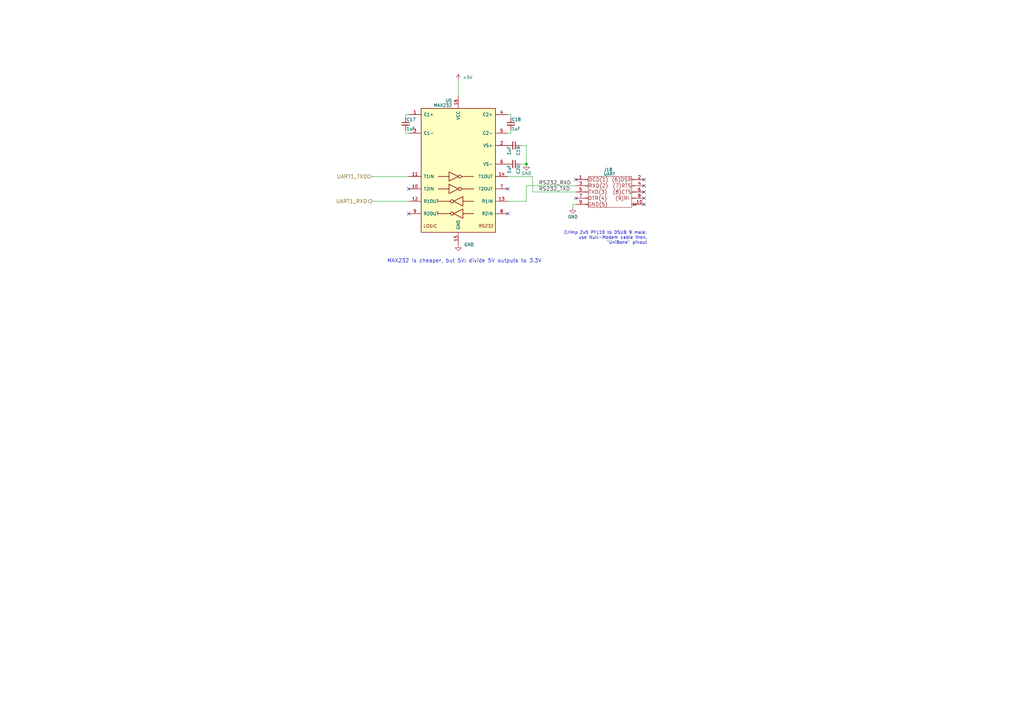
<source format=kicad_sch>
(kicad_sch
	(version 20231120)
	(generator "eeschema")
	(generator_version "8.0")
	(uuid "5cca1a63-2c71-410c-bcb1-e0fee770f766")
	(paper "A3")
	(title_block
		(date "2024-07-18")
	)
	(lib_symbols
		(symbol "Device:C_Small"
			(pin_numbers hide)
			(pin_names
				(offset 0.254) hide)
			(exclude_from_sim no)
			(in_bom yes)
			(on_board yes)
			(property "Reference" "C"
				(at 0.254 1.778 0)
				(effects
					(font
						(size 1.27 1.27)
					)
					(justify left)
				)
			)
			(property "Value" "C_Small"
				(at 0.254 -2.032 0)
				(effects
					(font
						(size 1.27 1.27)
					)
					(justify left)
				)
			)
			(property "Footprint" ""
				(at 0 0 0)
				(effects
					(font
						(size 1.27 1.27)
					)
					(hide yes)
				)
			)
			(property "Datasheet" "~"
				(at 0 0 0)
				(effects
					(font
						(size 1.27 1.27)
					)
					(hide yes)
				)
			)
			(property "Description" "Unpolarized capacitor, small symbol"
				(at 0 0 0)
				(effects
					(font
						(size 1.27 1.27)
					)
					(hide yes)
				)
			)
			(property "ki_keywords" "capacitor cap"
				(at 0 0 0)
				(effects
					(font
						(size 1.27 1.27)
					)
					(hide yes)
				)
			)
			(property "ki_fp_filters" "C_*"
				(at 0 0 0)
				(effects
					(font
						(size 1.27 1.27)
					)
					(hide yes)
				)
			)
			(symbol "C_Small_0_1"
				(polyline
					(pts
						(xy -1.524 -0.508) (xy 1.524 -0.508)
					)
					(stroke
						(width 0.3302)
						(type default)
					)
					(fill
						(type none)
					)
				)
				(polyline
					(pts
						(xy -1.524 0.508) (xy 1.524 0.508)
					)
					(stroke
						(width 0.3048)
						(type default)
					)
					(fill
						(type none)
					)
				)
			)
			(symbol "C_Small_1_1"
				(pin passive line
					(at 0 2.54 270)
					(length 2.032)
					(name "~"
						(effects
							(font
								(size 1.27 1.27)
							)
						)
					)
					(number "1"
						(effects
							(font
								(size 1.27 1.27)
							)
						)
					)
				)
				(pin passive line
					(at 0 -2.54 90)
					(length 2.032)
					(name "~"
						(effects
							(font
								(size 1.27 1.27)
							)
						)
					)
					(number "2"
						(effects
							(font
								(size 1.27 1.27)
							)
						)
					)
				)
			)
		)
		(symbol "Interface_UART:MAX232"
			(pin_names
				(offset 1.016)
			)
			(exclude_from_sim no)
			(in_bom yes)
			(on_board yes)
			(property "Reference" "U"
				(at -2.54 28.575 0)
				(effects
					(font
						(size 1.27 1.27)
					)
					(justify right)
				)
			)
			(property "Value" "MAX232"
				(at -2.54 26.67 0)
				(effects
					(font
						(size 1.27 1.27)
					)
					(justify right)
				)
			)
			(property "Footprint" ""
				(at 1.27 -26.67 0)
				(effects
					(font
						(size 1.27 1.27)
					)
					(justify left)
					(hide yes)
				)
			)
			(property "Datasheet" "http://www.ti.com/lit/ds/symlink/max232.pdf"
				(at 0 2.54 0)
				(effects
					(font
						(size 1.27 1.27)
					)
					(hide yes)
				)
			)
			(property "Description" "Dual RS232 driver/receiver, 5V supply, 120kb/s, 0C-70C"
				(at 0 0 0)
				(effects
					(font
						(size 1.27 1.27)
					)
					(hide yes)
				)
			)
			(property "ki_keywords" "rs232 uart transceiver line-driver"
				(at 0 0 0)
				(effects
					(font
						(size 1.27 1.27)
					)
					(hide yes)
				)
			)
			(property "ki_fp_filters" "SOIC*P1.27mm* DIP*W7.62mm* TSSOP*4.4x5mm*P0.65mm*"
				(at 0 0 0)
				(effects
					(font
						(size 1.27 1.27)
					)
					(hide yes)
				)
			)
			(symbol "MAX232_0_0"
				(text "LOGIC"
					(at -11.43 -22.86 0)
					(effects
						(font
							(size 1.27 1.27)
						)
					)
				)
				(text "RS232"
					(at 11.43 -22.86 0)
					(effects
						(font
							(size 1.27 1.27)
						)
					)
				)
			)
			(symbol "MAX232_0_1"
				(rectangle
					(start -15.24 -25.4)
					(end 15.24 25.4)
					(stroke
						(width 0.254)
						(type default)
					)
					(fill
						(type background)
					)
				)
				(circle
					(center -2.54 -17.78)
					(radius 0.635)
					(stroke
						(width 0.254)
						(type default)
					)
					(fill
						(type none)
					)
				)
				(circle
					(center -2.54 -12.7)
					(radius 0.635)
					(stroke
						(width 0.254)
						(type default)
					)
					(fill
						(type none)
					)
				)
				(polyline
					(pts
						(xy -3.81 -7.62) (xy -8.255 -7.62)
					)
					(stroke
						(width 0.254)
						(type default)
					)
					(fill
						(type none)
					)
				)
				(polyline
					(pts
						(xy -3.81 -2.54) (xy -8.255 -2.54)
					)
					(stroke
						(width 0.254)
						(type default)
					)
					(fill
						(type none)
					)
				)
				(polyline
					(pts
						(xy -3.175 -17.78) (xy -8.255 -17.78)
					)
					(stroke
						(width 0.254)
						(type default)
					)
					(fill
						(type none)
					)
				)
				(polyline
					(pts
						(xy -3.175 -12.7) (xy -8.255 -12.7)
					)
					(stroke
						(width 0.254)
						(type default)
					)
					(fill
						(type none)
					)
				)
				(polyline
					(pts
						(xy 1.27 -7.62) (xy 6.35 -7.62)
					)
					(stroke
						(width 0.254)
						(type default)
					)
					(fill
						(type none)
					)
				)
				(polyline
					(pts
						(xy 1.27 -2.54) (xy 6.35 -2.54)
					)
					(stroke
						(width 0.254)
						(type default)
					)
					(fill
						(type none)
					)
				)
				(polyline
					(pts
						(xy 1.905 -17.78) (xy 6.35 -17.78)
					)
					(stroke
						(width 0.254)
						(type default)
					)
					(fill
						(type none)
					)
				)
				(polyline
					(pts
						(xy 1.905 -12.7) (xy 6.35 -12.7)
					)
					(stroke
						(width 0.254)
						(type default)
					)
					(fill
						(type none)
					)
				)
				(polyline
					(pts
						(xy -3.81 -5.715) (xy -3.81 -9.525) (xy 0 -7.62) (xy -3.81 -5.715)
					)
					(stroke
						(width 0.254)
						(type default)
					)
					(fill
						(type none)
					)
				)
				(polyline
					(pts
						(xy -3.81 -0.635) (xy -3.81 -4.445) (xy 0 -2.54) (xy -3.81 -0.635)
					)
					(stroke
						(width 0.254)
						(type default)
					)
					(fill
						(type none)
					)
				)
				(polyline
					(pts
						(xy 1.905 -15.875) (xy 1.905 -19.685) (xy -1.905 -17.78) (xy 1.905 -15.875)
					)
					(stroke
						(width 0.254)
						(type default)
					)
					(fill
						(type none)
					)
				)
				(polyline
					(pts
						(xy 1.905 -10.795) (xy 1.905 -14.605) (xy -1.905 -12.7) (xy 1.905 -10.795)
					)
					(stroke
						(width 0.254)
						(type default)
					)
					(fill
						(type none)
					)
				)
				(circle
					(center 0.635 -7.62)
					(radius 0.635)
					(stroke
						(width 0.254)
						(type default)
					)
					(fill
						(type none)
					)
				)
				(circle
					(center 0.635 -2.54)
					(radius 0.635)
					(stroke
						(width 0.254)
						(type default)
					)
					(fill
						(type none)
					)
				)
			)
			(symbol "MAX232_1_1"
				(pin passive line
					(at -20.32 22.86 0)
					(length 5.08)
					(name "C1+"
						(effects
							(font
								(size 1.27 1.27)
							)
						)
					)
					(number "1"
						(effects
							(font
								(size 1.27 1.27)
							)
						)
					)
				)
				(pin input line
					(at -20.32 -7.62 0)
					(length 5.08)
					(name "T2IN"
						(effects
							(font
								(size 1.27 1.27)
							)
						)
					)
					(number "10"
						(effects
							(font
								(size 1.27 1.27)
							)
						)
					)
				)
				(pin input line
					(at -20.32 -2.54 0)
					(length 5.08)
					(name "T1IN"
						(effects
							(font
								(size 1.27 1.27)
							)
						)
					)
					(number "11"
						(effects
							(font
								(size 1.27 1.27)
							)
						)
					)
				)
				(pin output line
					(at -20.32 -12.7 0)
					(length 5.08)
					(name "R1OUT"
						(effects
							(font
								(size 1.27 1.27)
							)
						)
					)
					(number "12"
						(effects
							(font
								(size 1.27 1.27)
							)
						)
					)
				)
				(pin input line
					(at 20.32 -12.7 180)
					(length 5.08)
					(name "R1IN"
						(effects
							(font
								(size 1.27 1.27)
							)
						)
					)
					(number "13"
						(effects
							(font
								(size 1.27 1.27)
							)
						)
					)
				)
				(pin output line
					(at 20.32 -2.54 180)
					(length 5.08)
					(name "T1OUT"
						(effects
							(font
								(size 1.27 1.27)
							)
						)
					)
					(number "14"
						(effects
							(font
								(size 1.27 1.27)
							)
						)
					)
				)
				(pin power_in line
					(at 0 -30.48 90)
					(length 5.08)
					(name "GND"
						(effects
							(font
								(size 1.27 1.27)
							)
						)
					)
					(number "15"
						(effects
							(font
								(size 1.27 1.27)
							)
						)
					)
				)
				(pin power_in line
					(at 0 30.48 270)
					(length 5.08)
					(name "VCC"
						(effects
							(font
								(size 1.27 1.27)
							)
						)
					)
					(number "16"
						(effects
							(font
								(size 1.27 1.27)
							)
						)
					)
				)
				(pin power_out line
					(at 20.32 10.16 180)
					(length 5.08)
					(name "VS+"
						(effects
							(font
								(size 1.27 1.27)
							)
						)
					)
					(number "2"
						(effects
							(font
								(size 1.27 1.27)
							)
						)
					)
				)
				(pin passive line
					(at -20.32 15.24 0)
					(length 5.08)
					(name "C1-"
						(effects
							(font
								(size 1.27 1.27)
							)
						)
					)
					(number "3"
						(effects
							(font
								(size 1.27 1.27)
							)
						)
					)
				)
				(pin passive line
					(at 20.32 22.86 180)
					(length 5.08)
					(name "C2+"
						(effects
							(font
								(size 1.27 1.27)
							)
						)
					)
					(number "4"
						(effects
							(font
								(size 1.27 1.27)
							)
						)
					)
				)
				(pin passive line
					(at 20.32 15.24 180)
					(length 5.08)
					(name "C2-"
						(effects
							(font
								(size 1.27 1.27)
							)
						)
					)
					(number "5"
						(effects
							(font
								(size 1.27 1.27)
							)
						)
					)
				)
				(pin power_out line
					(at 20.32 2.54 180)
					(length 5.08)
					(name "VS-"
						(effects
							(font
								(size 1.27 1.27)
							)
						)
					)
					(number "6"
						(effects
							(font
								(size 1.27 1.27)
							)
						)
					)
				)
				(pin output line
					(at 20.32 -7.62 180)
					(length 5.08)
					(name "T2OUT"
						(effects
							(font
								(size 1.27 1.27)
							)
						)
					)
					(number "7"
						(effects
							(font
								(size 1.27 1.27)
							)
						)
					)
				)
				(pin input line
					(at 20.32 -17.78 180)
					(length 5.08)
					(name "R2IN"
						(effects
							(font
								(size 1.27 1.27)
							)
						)
					)
					(number "8"
						(effects
							(font
								(size 1.27 1.27)
							)
						)
					)
				)
				(pin output line
					(at -20.32 -17.78 0)
					(length 5.08)
					(name "R2OUT"
						(effects
							(font
								(size 1.27 1.27)
							)
						)
					)
					(number "9"
						(effects
							(font
								(size 1.27 1.27)
							)
						)
					)
				)
			)
		)
		(symbol "jh:RS232_Schneid-Klemm_2x5"
			(pin_names
				(offset 1.016) hide)
			(exclude_from_sim no)
			(in_bom yes)
			(on_board yes)
			(property "Reference" "J"
				(at -6.35 7.62 0)
				(effects
					(font
						(size 1.27 1.27)
					)
				)
			)
			(property "Value" "RS232_Schneid-Klemm_2x5"
				(at 1.27 -7.62 0)
				(effects
					(font
						(size 1.27 1.27)
					)
				)
			)
			(property "Footprint" ""
				(at -7.62 0 0)
				(effects
					(font
						(size 1.27 1.27)
					)
					(hide yes)
				)
			)
			(property "Datasheet" "~"
				(at -7.62 0 0)
				(effects
					(font
						(size 1.27 1.27)
					)
					(hide yes)
				)
			)
			(property "Description" "Generic connector, double row, 02x05, odd/even pin numbering scheme (row 1 odd numbers, row 2 even numbers)"
				(at 0 0 0)
				(effects
					(font
						(size 1.27 1.27)
					)
					(hide yes)
				)
			)
			(property "ki_keywords" "connector"
				(at 0 0 0)
				(effects
					(font
						(size 1.27 1.27)
					)
					(hide yes)
				)
			)
			(property "ki_fp_filters" "Connector*:*2x??x*mm* Connector*:*2x???Pitch* Pin_Header_Straight_2X* Pin_Header_Angled_2X* Socket_Strip_Straight_2X* Socket_Strip_Angled_2X*"
				(at 0 0 0)
				(effects
					(font
						(size 1.27 1.27)
					)
					(hide yes)
				)
			)
			(symbol "RS232_Schneid-Klemm_2x5_0_0"
				(rectangle
					(start -7.62 6.35)
					(end 10.16 -6.35)
					(stroke
						(width 0)
						(type solid)
					)
					(fill
						(type none)
					)
				)
				(rectangle
					(start 17.78 -6.35)
					(end 17.78 -6.35)
					(stroke
						(width 0)
						(type solid)
					)
					(fill
						(type none)
					)
				)
				(text "(6)DSR"
					(at 10.16 5.08 0)
					(effects
						(font
							(size 1.524 1.524)
						)
						(justify right)
					)
				)
				(text "(7)RTS"
					(at 10.16 2.54 0)
					(effects
						(font
							(size 1.524 1.524)
						)
						(justify right)
					)
				)
				(text "(8)CTS"
					(at 10.16 0 0)
					(effects
						(font
							(size 1.524 1.524)
						)
						(justify right)
					)
				)
				(text "(9)RI"
					(at 6.35 -2.54 0)
					(effects
						(font
							(size 1.524 1.524)
						)
					)
				)
				(text "DCD(1)"
					(at -7.62 5.08 0)
					(effects
						(font
							(size 1.524 1.524)
						)
						(justify left)
					)
				)
				(text "DTR(4)"
					(at -3.81 -2.54 0)
					(effects
						(font
							(size 1.524 1.524)
						)
					)
				)
				(text "GND(5)"
					(at -3.81 -5.08 0)
					(effects
						(font
							(size 1.524 1.524)
						)
					)
				)
				(text "RXD(2)"
					(at -7.62 2.54 0)
					(effects
						(font
							(size 1.524 1.524)
						)
						(justify left)
					)
				)
				(text "TXD(3)"
					(at -7.62 0 0)
					(effects
						(font
							(size 1.524 1.524)
						)
						(justify left)
					)
				)
			)
			(symbol "RS232_Schneid-Klemm_2x5_1_1"
				(rectangle
					(start -8.89 -4.953)
					(end -7.62 -5.207)
					(stroke
						(width 0.1524)
						(type solid)
					)
					(fill
						(type none)
					)
				)
				(rectangle
					(start -8.89 -2.413)
					(end -7.62 -2.667)
					(stroke
						(width 0.1524)
						(type solid)
					)
					(fill
						(type none)
					)
				)
				(rectangle
					(start -8.89 0.127)
					(end -7.62 -0.127)
					(stroke
						(width 0.1524)
						(type solid)
					)
					(fill
						(type none)
					)
				)
				(rectangle
					(start -8.89 2.667)
					(end -7.62 2.413)
					(stroke
						(width 0.1524)
						(type solid)
					)
					(fill
						(type none)
					)
				)
				(rectangle
					(start -8.89 5.207)
					(end -7.62 4.953)
					(stroke
						(width 0.1524)
						(type solid)
					)
					(fill
						(type none)
					)
				)
				(rectangle
					(start 11.43 -4.953)
					(end 10.16 -5.207)
					(stroke
						(width 0.1524)
						(type solid)
					)
					(fill
						(type none)
					)
				)
				(rectangle
					(start 11.43 -2.413)
					(end 10.16 -2.667)
					(stroke
						(width 0.1524)
						(type solid)
					)
					(fill
						(type none)
					)
				)
				(rectangle
					(start 11.43 0.127)
					(end 10.16 -0.127)
					(stroke
						(width 0.1524)
						(type solid)
					)
					(fill
						(type none)
					)
				)
				(rectangle
					(start 11.43 2.667)
					(end 10.16 2.413)
					(stroke
						(width 0.1524)
						(type solid)
					)
					(fill
						(type none)
					)
				)
				(rectangle
					(start 11.43 5.207)
					(end 10.16 4.953)
					(stroke
						(width 0.1524)
						(type solid)
					)
					(fill
						(type none)
					)
				)
				(pin passive line
					(at -12.7 5.08 0)
					(length 3.81)
					(name "DCD"
						(effects
							(font
								(size 1.27 1.27)
							)
						)
					)
					(number "1"
						(effects
							(font
								(size 1.27 1.27)
							)
						)
					)
				)
				(pin passive non_logic
					(at 15.24 -5.08 180)
					(length 3.81)
					(name "Pin_10"
						(effects
							(font
								(size 1.27 1.27)
							)
						)
					)
					(number "10"
						(effects
							(font
								(size 1.27 1.27)
							)
						)
					)
				)
				(pin passive line
					(at 15.24 5.08 180)
					(length 3.81)
					(name "DSR"
						(effects
							(font
								(size 1.27 1.27)
							)
						)
					)
					(number "2"
						(effects
							(font
								(size 1.27 1.27)
							)
						)
					)
				)
				(pin output line
					(at -12.7 2.54 0)
					(length 3.81)
					(name "RXD"
						(effects
							(font
								(size 1.27 1.27)
							)
						)
					)
					(number "3"
						(effects
							(font
								(size 1.27 1.27)
							)
						)
					)
				)
				(pin passive line
					(at 15.24 2.54 180)
					(length 3.81)
					(name "RTS"
						(effects
							(font
								(size 1.27 1.27)
							)
						)
					)
					(number "4"
						(effects
							(font
								(size 1.27 1.27)
							)
						)
					)
				)
				(pin input line
					(at -12.7 0 0)
					(length 3.81)
					(name "TXD"
						(effects
							(font
								(size 1.27 1.27)
							)
						)
					)
					(number "5"
						(effects
							(font
								(size 1.27 1.27)
							)
						)
					)
				)
				(pin passive line
					(at 15.24 0 180)
					(length 3.81)
					(name "CTS"
						(effects
							(font
								(size 1.27 1.27)
							)
						)
					)
					(number "6"
						(effects
							(font
								(size 1.27 1.27)
							)
						)
					)
				)
				(pin passive line
					(at -12.7 -2.54 0)
					(length 3.81)
					(name "DTR"
						(effects
							(font
								(size 1.27 1.27)
							)
						)
					)
					(number "7"
						(effects
							(font
								(size 1.27 1.27)
							)
						)
					)
				)
				(pin passive line
					(at 15.24 -2.54 180)
					(length 3.81)
					(name "RI"
						(effects
							(font
								(size 1.27 1.27)
							)
						)
					)
					(number "8"
						(effects
							(font
								(size 1.27 1.27)
							)
						)
					)
				)
				(pin power_in line
					(at -12.7 -5.08 0)
					(length 3.81)
					(name "GND"
						(effects
							(font
								(size 1.27 1.27)
							)
						)
					)
					(number "9"
						(effects
							(font
								(size 1.27 1.27)
							)
						)
					)
				)
			)
		)
		(symbol "power:+5V"
			(power)
			(pin_numbers hide)
			(pin_names
				(offset 0) hide)
			(exclude_from_sim no)
			(in_bom yes)
			(on_board yes)
			(property "Reference" "#PWR"
				(at 0 -3.81 0)
				(effects
					(font
						(size 1.27 1.27)
					)
					(hide yes)
				)
			)
			(property "Value" "+5V"
				(at 0 3.556 0)
				(effects
					(font
						(size 1.27 1.27)
					)
				)
			)
			(property "Footprint" ""
				(at 0 0 0)
				(effects
					(font
						(size 1.27 1.27)
					)
					(hide yes)
				)
			)
			(property "Datasheet" ""
				(at 0 0 0)
				(effects
					(font
						(size 1.27 1.27)
					)
					(hide yes)
				)
			)
			(property "Description" "Power symbol creates a global label with name \"+5V\""
				(at 0 0 0)
				(effects
					(font
						(size 1.27 1.27)
					)
					(hide yes)
				)
			)
			(property "ki_keywords" "global power"
				(at 0 0 0)
				(effects
					(font
						(size 1.27 1.27)
					)
					(hide yes)
				)
			)
			(symbol "+5V_0_1"
				(polyline
					(pts
						(xy -0.762 1.27) (xy 0 2.54)
					)
					(stroke
						(width 0)
						(type default)
					)
					(fill
						(type none)
					)
				)
				(polyline
					(pts
						(xy 0 0) (xy 0 2.54)
					)
					(stroke
						(width 0)
						(type default)
					)
					(fill
						(type none)
					)
				)
				(polyline
					(pts
						(xy 0 2.54) (xy 0.762 1.27)
					)
					(stroke
						(width 0)
						(type default)
					)
					(fill
						(type none)
					)
				)
			)
			(symbol "+5V_1_1"
				(pin power_in line
					(at 0 0 90)
					(length 0)
					(name "~"
						(effects
							(font
								(size 1.27 1.27)
							)
						)
					)
					(number "1"
						(effects
							(font
								(size 1.27 1.27)
							)
						)
					)
				)
			)
		)
		(symbol "power:GND"
			(power)
			(pin_numbers hide)
			(pin_names
				(offset 0) hide)
			(exclude_from_sim no)
			(in_bom yes)
			(on_board yes)
			(property "Reference" "#PWR"
				(at 0 -6.35 0)
				(effects
					(font
						(size 1.27 1.27)
					)
					(hide yes)
				)
			)
			(property "Value" "GND"
				(at 0 -3.81 0)
				(effects
					(font
						(size 1.27 1.27)
					)
				)
			)
			(property "Footprint" ""
				(at 0 0 0)
				(effects
					(font
						(size 1.27 1.27)
					)
					(hide yes)
				)
			)
			(property "Datasheet" ""
				(at 0 0 0)
				(effects
					(font
						(size 1.27 1.27)
					)
					(hide yes)
				)
			)
			(property "Description" "Power symbol creates a global label with name \"GND\" , ground"
				(at 0 0 0)
				(effects
					(font
						(size 1.27 1.27)
					)
					(hide yes)
				)
			)
			(property "ki_keywords" "global power"
				(at 0 0 0)
				(effects
					(font
						(size 1.27 1.27)
					)
					(hide yes)
				)
			)
			(symbol "GND_0_1"
				(polyline
					(pts
						(xy 0 0) (xy 0 -1.27) (xy 1.27 -1.27) (xy 0 -2.54) (xy -1.27 -1.27) (xy 0 -1.27)
					)
					(stroke
						(width 0)
						(type default)
					)
					(fill
						(type none)
					)
				)
			)
			(symbol "GND_1_1"
				(pin power_in line
					(at 0 0 270)
					(length 0)
					(name "~"
						(effects
							(font
								(size 1.27 1.27)
							)
						)
					)
					(number "1"
						(effects
							(font
								(size 1.27 1.27)
							)
						)
					)
				)
			)
		)
	)
	(junction
		(at 215.9 67.31)
		(diameter 0)
		(color 0 0 0 0)
		(uuid "a80e2c00-97bc-4a7c-8f8c-3d58d71222eb")
	)
	(no_connect
		(at 167.64 87.63)
		(uuid "36d65ad7-63b2-4df3-846a-efef552fb06f")
	)
	(no_connect
		(at 264.16 83.82)
		(uuid "484371c4-793b-4b27-b7f0-ab7b0b62a41c")
	)
	(no_connect
		(at 236.22 81.28)
		(uuid "560f1e62-7274-4f3a-8089-17dee97096d2")
	)
	(no_connect
		(at 236.22 73.66)
		(uuid "7c10548b-0b0e-45f3-9240-083a837d5d84")
	)
	(no_connect
		(at 208.28 87.63)
		(uuid "852f2b8b-6666-4019-b466-5960c65e1567")
	)
	(no_connect
		(at 167.64 77.47)
		(uuid "8cac7d5b-2bef-465f-be5a-2f602dbd769e")
	)
	(no_connect
		(at 264.16 81.28)
		(uuid "9e7971e4-e2fd-471f-88da-d6b5fc34a0ea")
	)
	(no_connect
		(at 264.16 78.74)
		(uuid "a6e4a794-21b4-4e9f-bd2f-05c5ed1e52aa")
	)
	(no_connect
		(at 208.28 77.47)
		(uuid "afb03842-0709-46b5-ba7e-929c5e13dfda")
	)
	(no_connect
		(at 264.16 76.2)
		(uuid "b0ecdd08-bcf3-4d86-a9a0-8068c9aeb161")
	)
	(no_connect
		(at 264.16 73.66)
		(uuid "e969f37f-dd4d-493b-aa72-cadc914c9b50")
	)
	(wire
		(pts
			(xy 187.96 39.37) (xy 187.96 33.02)
		)
		(stroke
			(width 0)
			(type default)
		)
		(uuid "00965e9b-40e1-4d7f-a286-0900dea5913b")
	)
	(wire
		(pts
			(xy 167.64 54.61) (xy 166.37 54.61)
		)
		(stroke
			(width 0)
			(type default)
		)
		(uuid "0baf6026-52bc-40fb-a3c9-f51ba314fa89")
	)
	(wire
		(pts
			(xy 152.4 82.55) (xy 167.64 82.55)
		)
		(stroke
			(width 0)
			(type default)
		)
		(uuid "21c754a3-2188-4f61-b29e-c43bcd89e64f")
	)
	(wire
		(pts
			(xy 208.28 54.61) (xy 209.55 54.61)
		)
		(stroke
			(width 0)
			(type default)
		)
		(uuid "41ba968a-2387-458a-964e-adbf103704c0")
	)
	(wire
		(pts
			(xy 234.95 85.09) (xy 234.95 83.82)
		)
		(stroke
			(width 0)
			(type default)
		)
		(uuid "51296f54-5a4d-4d67-8db4-85df9041673d")
	)
	(wire
		(pts
			(xy 209.55 54.61) (xy 209.55 53.34)
		)
		(stroke
			(width 0)
			(type default)
		)
		(uuid "6085e571-60dc-4c84-8dfa-5f43bc9df0d5")
	)
	(wire
		(pts
			(xy 234.95 83.82) (xy 236.22 83.82)
		)
		(stroke
			(width 0)
			(type default)
		)
		(uuid "6ff68a0e-6172-47dc-af4e-93eb019d351b")
	)
	(wire
		(pts
			(xy 218.44 78.74) (xy 218.44 72.39)
		)
		(stroke
			(width 0)
			(type default)
		)
		(uuid "760449db-6c92-4638-98a5-bbce8dcfc52e")
	)
	(wire
		(pts
			(xy 166.37 48.26) (xy 166.37 46.99)
		)
		(stroke
			(width 0)
			(type default)
		)
		(uuid "7653d185-4d5d-4f2c-81ee-2811de507de2")
	)
	(wire
		(pts
			(xy 166.37 46.99) (xy 167.64 46.99)
		)
		(stroke
			(width 0)
			(type default)
		)
		(uuid "7f6b6667-06ef-4e5b-9ee0-61094597cca1")
	)
	(wire
		(pts
			(xy 152.4 72.39) (xy 167.64 72.39)
		)
		(stroke
			(width 0)
			(type default)
		)
		(uuid "8336a37b-dd37-4bc2-b516-4fca5007872e")
	)
	(wire
		(pts
			(xy 208.28 82.55) (xy 215.9 82.55)
		)
		(stroke
			(width 0)
			(type default)
		)
		(uuid "958ace2f-ddef-4487-88ed-97c07b4a56e8")
	)
	(wire
		(pts
			(xy 218.44 78.74) (xy 236.22 78.74)
		)
		(stroke
			(width 0)
			(type default)
		)
		(uuid "96d2c258-6622-4c1b-b236-4a77038fe9c8")
	)
	(wire
		(pts
			(xy 215.9 59.69) (xy 215.9 67.31)
		)
		(stroke
			(width 0)
			(type default)
		)
		(uuid "9f904d1a-e33c-4d93-820f-b906147f0718")
	)
	(wire
		(pts
			(xy 208.28 46.99) (xy 209.55 46.99)
		)
		(stroke
			(width 0)
			(type default)
		)
		(uuid "a3f36074-0a14-4975-88f0-eca8e971cb2e")
	)
	(wire
		(pts
			(xy 213.36 59.69) (xy 215.9 59.69)
		)
		(stroke
			(width 0)
			(type default)
		)
		(uuid "b0312182-eb71-40e3-a492-a9cbf28d9198")
	)
	(wire
		(pts
			(xy 166.37 54.61) (xy 166.37 53.34)
		)
		(stroke
			(width 0)
			(type default)
		)
		(uuid "be51d8d5-9392-48df-849d-c022b6e8070d")
	)
	(wire
		(pts
			(xy 208.28 72.39) (xy 218.44 72.39)
		)
		(stroke
			(width 0)
			(type default)
		)
		(uuid "cb5fcc92-b39a-4770-9000-221e02849838")
	)
	(wire
		(pts
			(xy 209.55 46.99) (xy 209.55 48.26)
		)
		(stroke
			(width 0)
			(type default)
		)
		(uuid "d052f1fa-3bd1-4011-84de-ae658e10e28c")
	)
	(wire
		(pts
			(xy 215.9 76.2) (xy 236.22 76.2)
		)
		(stroke
			(width 0)
			(type default)
		)
		(uuid "d5fef72d-f28a-436a-bea0-f14d95669d44")
	)
	(wire
		(pts
			(xy 215.9 76.2) (xy 215.9 82.55)
		)
		(stroke
			(width 0)
			(type default)
		)
		(uuid "e2325f6b-b749-4df4-b956-29b34f66e850")
	)
	(wire
		(pts
			(xy 213.36 67.31) (xy 215.9 67.31)
		)
		(stroke
			(width 0)
			(type default)
		)
		(uuid "f542f320-2bdb-43bf-89fd-a068d302205b")
	)
	(text "MAX232 is cheaper, but 5V: divide 5V outputs to 3.3V"
		(exclude_from_sim no)
		(at 158.75 107.95 0)
		(effects
			(font
				(size 1.524 1.524)
			)
			(justify left bottom)
		)
		(uuid "5c792ea0-b1bb-4ba9-ba13-6c7f64a0453c")
	)
	(text "Crimp 2x5 PFL10 to DSUB 9 male,\nuse Null-Modem cable then.\n\"UniBone\" pinout"
		(exclude_from_sim no)
		(at 265.43 100.33 0)
		(effects
			(font
				(size 1.27 1.27)
			)
			(justify right bottom)
		)
		(uuid "e3825971-9d25-4bed-af45-2887173e141c")
	)
	(label "RS232_TXD"
		(at 220.98 78.74 0)
		(fields_autoplaced yes)
		(effects
			(font
				(size 1.524 1.524)
			)
			(justify left bottom)
		)
		(uuid "24073897-ce93-42da-b50d-651538e4d96f")
	)
	(label "RS232_RXD"
		(at 220.98 76.2 0)
		(fields_autoplaced yes)
		(effects
			(font
				(size 1.524 1.524)
			)
			(justify left bottom)
		)
		(uuid "4cd90da2-ab7a-421f-8609-6d69cf961c43")
	)
	(hierarchical_label "UART1_TXD"
		(shape input)
		(at 152.4 72.39 180)
		(fields_autoplaced yes)
		(effects
			(font
				(size 1.524 1.524)
			)
			(justify right)
		)
		(uuid "0fd50086-f6e3-4f3d-98df-3a872dd013f3")
	)
	(hierarchical_label "UART1_RXD"
		(shape output)
		(at 152.4 82.55 180)
		(fields_autoplaced yes)
		(effects
			(font
				(size 1.524 1.524)
			)
			(justify right)
		)
		(uuid "a5140715-9f82-4beb-baf3-286234047d5b")
	)
	(symbol
		(lib_id "Interface_UART:MAX232")
		(at 187.96 69.85 0)
		(unit 1)
		(exclude_from_sim no)
		(in_bom yes)
		(on_board yes)
		(dnp no)
		(uuid "2004f42e-9da6-494b-a1e5-be2c7106c2fb")
		(property "Reference" "U5"
			(at 185.42 41.275 0)
			(effects
				(font
					(size 1.27 1.27)
				)
				(justify right)
			)
		)
		(property "Value" "MAX232"
			(at 185.42 43.18 0)
			(effects
				(font
					(size 1.27 1.27)
				)
				(justify right)
			)
		)
		(property "Footprint" "Package_DIP:DIP-16_W7.62mm"
			(at 189.23 96.52 0)
			(effects
				(font
					(size 1.27 1.27)
				)
				(justify left)
				(hide yes)
			)
		)
		(property "Datasheet" ""
			(at 187.96 67.31 0)
			(effects
				(font
					(size 1.27 1.27)
				)
				(hide yes)
			)
		)
		(property "Description" ""
			(at 187.96 69.85 0)
			(effects
				(font
					(size 1.27 1.27)
				)
				(hide yes)
			)
		)
		(pin "1"
			(uuid "f633e3de-e92d-40dc-b3ce-b49b6d36749c")
		)
		(pin "10"
			(uuid "91f99031-d307-4fe1-aa41-ce9e59a18699")
		)
		(pin "11"
			(uuid "6198a4e9-2c11-4119-b15c-debd78f56877")
		)
		(pin "12"
			(uuid "83cc699c-575d-47a0-a5f1-64b872219a32")
		)
		(pin "13"
			(uuid "583e5062-19f6-47ea-9a6a-ff3e30730a5f")
		)
		(pin "14"
			(uuid "2c2cb5ad-f4ca-42f3-a43a-1cac3c44b59a")
		)
		(pin "15"
			(uuid "250afcf0-2b8d-49e0-a0bb-bc64385cb955")
		)
		(pin "16"
			(uuid "b36f703d-2aa6-4835-b9d1-c338b39a025c")
		)
		(pin "2"
			(uuid "e592b329-2b66-4310-90eb-259e6b452f2e")
		)
		(pin "3"
			(uuid "6b4e4e90-5bc0-4529-bbc5-6251099d5448")
		)
		(pin "4"
			(uuid "0d669d7d-9cd4-43a0-ad87-526635dc5e15")
		)
		(pin "5"
			(uuid "feb10a69-03db-4123-bd6a-ccb81540f7a3")
		)
		(pin "6"
			(uuid "8f6cd2cc-be09-4990-8ffc-d567ceb0ed35")
		)
		(pin "7"
			(uuid "9c562059-b770-4006-96a2-39eb7eacdd5a")
		)
		(pin "8"
			(uuid "92804919-eb13-488b-b1ce-f4633426db1d")
		)
		(pin "9"
			(uuid "47c2378f-e297-423f-a547-3200a4277258")
		)
		(instances
			(project "utracer11"
				(path "/ea24a1ca-353c-451a-a380-5c1ad01a551c/a8e57d2f-fef2-4b7c-b2f7-ecdce97053d1"
					(reference "U5")
					(unit 1)
				)
			)
		)
	)
	(symbol
		(lib_id "Device:C_Small")
		(at 210.82 67.31 270)
		(unit 1)
		(exclude_from_sim no)
		(in_bom yes)
		(on_board yes)
		(dnp no)
		(uuid "364a7a82-1c2a-4c8b-8591-0adb4b429b56")
		(property "Reference" "C20"
			(at 212.598 67.564 0)
			(effects
				(font
					(size 1.27 1.27)
				)
				(justify left)
			)
		)
		(property "Value" "1uF"
			(at 208.788 67.564 0)
			(effects
				(font
					(size 1.27 1.27)
				)
				(justify left)
			)
		)
		(property "Footprint" "Capacitor_THT:C_Disc_D4.3mm_W1.9mm_P5.00mm"
			(at 210.82 67.31 0)
			(effects
				(font
					(size 1.27 1.27)
				)
				(hide yes)
			)
		)
		(property "Datasheet" ""
			(at 210.82 67.31 0)
			(effects
				(font
					(size 1.27 1.27)
				)
				(hide yes)
			)
		)
		(property "Description" ""
			(at 210.82 67.31 0)
			(effects
				(font
					(size 1.27 1.27)
				)
				(hide yes)
			)
		)
		(property "LCSC" "C28323"
			(at 210.82 67.31 0)
			(effects
				(font
					(size 1.27 1.27)
				)
				(hide yes)
			)
		)
		(pin "1"
			(uuid "a08fd277-07db-46d6-b9e7-23a2d05adbcd")
		)
		(pin "2"
			(uuid "9ebcad17-9910-4895-8f7f-aef7284ba6ae")
		)
		(instances
			(project "utracer11"
				(path "/ea24a1ca-353c-451a-a380-5c1ad01a551c/a8e57d2f-fef2-4b7c-b2f7-ecdce97053d1"
					(reference "C20")
					(unit 1)
				)
			)
		)
	)
	(symbol
		(lib_id "jh:RS232_Schneid-Klemm_2x5")
		(at 248.92 78.74 0)
		(unit 1)
		(exclude_from_sim no)
		(in_bom yes)
		(on_board yes)
		(dnp no)
		(uuid "3940724b-ae95-4e6f-ac8c-53fb44a8047f")
		(property "Reference" "J18"
			(at 249.428 69.596 0)
			(effects
				(font
					(size 1.27 1.27)
				)
			)
		)
		(property "Value" "UART"
			(at 249.936 71.374 0)
			(effects
				(font
					(size 1.27 1.27)
				)
			)
		)
		(property "Footprint" "Connector_IDC:IDC-Header_2x05_P2.54mm_Horizontal"
			(at 248.92 78.74 0)
			(effects
				(font
					(size 1.27 1.27)
				)
				(hide yes)
			)
		)
		(property "Datasheet" ""
			(at 248.92 78.74 0)
			(effects
				(font
					(size 1.27 1.27)
				)
				(hide yes)
			)
		)
		(property "Description" ""
			(at 248.92 78.74 0)
			(effects
				(font
					(size 1.27 1.27)
				)
				(hide yes)
			)
		)
		(pin "1"
			(uuid "6466c946-cee7-445f-bcbe-a20c5798a935")
		)
		(pin "10"
			(uuid "cbc63a81-e080-451b-965a-1b10f26d2303")
		)
		(pin "2"
			(uuid "3fd07ce1-8365-4099-86cc-c6d5b32e58a9")
		)
		(pin "3"
			(uuid "d8595f24-c31a-4068-818e-aeed04f8196f")
		)
		(pin "4"
			(uuid "42dc4241-ce8b-4553-b1aa-0fe308aa7ddb")
		)
		(pin "5"
			(uuid "11479d9d-b8c9-401a-8b5c-5184b40dc0b4")
		)
		(pin "6"
			(uuid "48e6edc5-f1be-4840-8c29-0556766d24ce")
		)
		(pin "7"
			(uuid "a36ff401-2782-4212-ba5f-ef37be6b802a")
		)
		(pin "8"
			(uuid "aa7bfc3c-aa7f-4918-956f-bb5b7caf1be2")
		)
		(pin "9"
			(uuid "b52f9b05-d9b1-4e59-b833-f493a202b826")
		)
		(instances
			(project "utracer11"
				(path "/ea24a1ca-353c-451a-a380-5c1ad01a551c/a8e57d2f-fef2-4b7c-b2f7-ecdce97053d1"
					(reference "J18")
					(unit 1)
				)
			)
		)
	)
	(symbol
		(lib_id "Device:C_Small")
		(at 166.37 50.8 0)
		(unit 1)
		(exclude_from_sim no)
		(in_bom yes)
		(on_board yes)
		(dnp no)
		(uuid "49264cc5-2dd0-4799-8294-fef93796ab47")
		(property "Reference" "C17"
			(at 166.624 49.022 0)
			(effects
				(font
					(size 1.27 1.27)
				)
				(justify left)
			)
		)
		(property "Value" "1uF"
			(at 166.624 52.832 0)
			(effects
				(font
					(size 1.27 1.27)
				)
				(justify left)
			)
		)
		(property "Footprint" "Capacitor_THT:C_Disc_D4.3mm_W1.9mm_P5.00mm"
			(at 166.37 50.8 0)
			(effects
				(font
					(size 1.27 1.27)
				)
				(hide yes)
			)
		)
		(property "Datasheet" ""
			(at 166.37 50.8 0)
			(effects
				(font
					(size 1.27 1.27)
				)
				(hide yes)
			)
		)
		(property "Description" ""
			(at 166.37 50.8 0)
			(effects
				(font
					(size 1.27 1.27)
				)
				(hide yes)
			)
		)
		(property "LCSC" "C28323"
			(at 166.37 50.8 0)
			(effects
				(font
					(size 1.27 1.27)
				)
				(hide yes)
			)
		)
		(pin "1"
			(uuid "0ebb16cf-77bf-43d1-b915-9917f5a3973e")
		)
		(pin "2"
			(uuid "fa86db24-5d43-49b2-ad1f-bd7e638d019e")
		)
		(instances
			(project "utracer11"
				(path "/ea24a1ca-353c-451a-a380-5c1ad01a551c/a8e57d2f-fef2-4b7c-b2f7-ecdce97053d1"
					(reference "C17")
					(unit 1)
				)
			)
		)
	)
	(symbol
		(lib_id "Device:C_Small")
		(at 209.55 50.8 0)
		(unit 1)
		(exclude_from_sim no)
		(in_bom yes)
		(on_board yes)
		(dnp no)
		(uuid "9337523d-ee10-48e8-9386-e16f15d115a9")
		(property "Reference" "C18"
			(at 209.804 49.022 0)
			(effects
				(font
					(size 1.27 1.27)
				)
				(justify left)
			)
		)
		(property "Value" "1uF"
			(at 209.804 52.832 0)
			(effects
				(font
					(size 1.27 1.27)
				)
				(justify left)
			)
		)
		(property "Footprint" "Capacitor_THT:C_Disc_D4.3mm_W1.9mm_P5.00mm"
			(at 209.55 50.8 0)
			(effects
				(font
					(size 1.27 1.27)
				)
				(hide yes)
			)
		)
		(property "Datasheet" ""
			(at 209.55 50.8 0)
			(effects
				(font
					(size 1.27 1.27)
				)
				(hide yes)
			)
		)
		(property "Description" ""
			(at 209.55 50.8 0)
			(effects
				(font
					(size 1.27 1.27)
				)
				(hide yes)
			)
		)
		(property "C28323" "C28323"
			(at 209.55 50.8 0)
			(effects
				(font
					(size 1.27 1.27)
				)
				(hide yes)
			)
		)
		(pin "1"
			(uuid "eda2c66c-7c06-4869-b860-4c0c44c6e876")
		)
		(pin "2"
			(uuid "42f455f6-df13-4e7d-b36f-9c690391378b")
		)
		(instances
			(project "utracer11"
				(path "/ea24a1ca-353c-451a-a380-5c1ad01a551c/a8e57d2f-fef2-4b7c-b2f7-ecdce97053d1"
					(reference "C18")
					(unit 1)
				)
			)
		)
	)
	(symbol
		(lib_id "power:GND")
		(at 215.9 67.31 0)
		(unit 1)
		(exclude_from_sim no)
		(in_bom yes)
		(on_board yes)
		(dnp no)
		(uuid "ad45ceaf-e06e-4c7a-850c-6516edb4c3e0")
		(property "Reference" "#PWR026"
			(at 215.9 73.66 0)
			(effects
				(font
					(size 1.27 1.27)
				)
				(hide yes)
			)
		)
		(property "Value" "GND"
			(at 215.9 71.12 0)
			(effects
				(font
					(size 1.27 1.27)
				)
			)
		)
		(property "Footprint" ""
			(at 215.9 67.31 0)
			(effects
				(font
					(size 1.27 1.27)
				)
				(hide yes)
			)
		)
		(property "Datasheet" ""
			(at 215.9 67.31 0)
			(effects
				(font
					(size 1.27 1.27)
				)
				(hide yes)
			)
		)
		(property "Description" "Power symbol creates a global label with name \"GND\" , ground"
			(at 215.9 67.31 0)
			(effects
				(font
					(size 1.27 1.27)
				)
				(hide yes)
			)
		)
		(pin "1"
			(uuid "ed5e26a6-255d-411e-a8c0-18124fd78604")
		)
		(instances
			(project "utracer11"
				(path "/ea24a1ca-353c-451a-a380-5c1ad01a551c/a8e57d2f-fef2-4b7c-b2f7-ecdce97053d1"
					(reference "#PWR026")
					(unit 1)
				)
			)
		)
	)
	(symbol
		(lib_id "power:GND")
		(at 234.95 85.09 0)
		(unit 1)
		(exclude_from_sim no)
		(in_bom yes)
		(on_board yes)
		(dnp no)
		(uuid "b94d32a7-47e1-4fa9-aa8f-eecf2ef04313")
		(property "Reference" "#PWR027"
			(at 234.95 91.44 0)
			(effects
				(font
					(size 1.27 1.27)
				)
				(hide yes)
			)
		)
		(property "Value" "GND"
			(at 234.95 88.9 0)
			(effects
				(font
					(size 1.27 1.27)
				)
			)
		)
		(property "Footprint" ""
			(at 234.95 85.09 0)
			(effects
				(font
					(size 1.27 1.27)
				)
				(hide yes)
			)
		)
		(property "Datasheet" ""
			(at 234.95 85.09 0)
			(effects
				(font
					(size 1.27 1.27)
				)
				(hide yes)
			)
		)
		(property "Description" "Power symbol creates a global label with name \"GND\" , ground"
			(at 234.95 85.09 0)
			(effects
				(font
					(size 1.27 1.27)
				)
				(hide yes)
			)
		)
		(pin "1"
			(uuid "91b51750-99c5-4b3f-a9b0-2ffeaf71fb66")
		)
		(instances
			(project "utracer11"
				(path "/ea24a1ca-353c-451a-a380-5c1ad01a551c/a8e57d2f-fef2-4b7c-b2f7-ecdce97053d1"
					(reference "#PWR027")
					(unit 1)
				)
			)
		)
	)
	(symbol
		(lib_id "Device:C_Small")
		(at 210.82 59.69 270)
		(unit 1)
		(exclude_from_sim no)
		(in_bom yes)
		(on_board yes)
		(dnp no)
		(uuid "cb88efaa-4459-4b97-b88a-c2e0e5a1da62")
		(property "Reference" "C19"
			(at 212.598 59.944 0)
			(effects
				(font
					(size 1.27 1.27)
				)
				(justify left)
			)
		)
		(property "Value" "1uF"
			(at 208.788 59.944 0)
			(effects
				(font
					(size 1.27 1.27)
				)
				(justify left)
			)
		)
		(property "Footprint" "Capacitor_THT:C_Disc_D4.3mm_W1.9mm_P5.00mm"
			(at 210.82 59.69 0)
			(effects
				(font
					(size 1.27 1.27)
				)
				(hide yes)
			)
		)
		(property "Datasheet" ""
			(at 210.82 59.69 0)
			(effects
				(font
					(size 1.27 1.27)
				)
				(hide yes)
			)
		)
		(property "Description" ""
			(at 210.82 59.69 0)
			(effects
				(font
					(size 1.27 1.27)
				)
				(hide yes)
			)
		)
		(property "LCSC" "C28323"
			(at 210.82 59.69 0)
			(effects
				(font
					(size 1.27 1.27)
				)
				(hide yes)
			)
		)
		(pin "1"
			(uuid "1d9b23ec-58cf-4764-8526-b42302820ae0")
		)
		(pin "2"
			(uuid "a0f2dd89-2013-4b43-9a32-fd3fc447fe7e")
		)
		(instances
			(project "utracer11"
				(path "/ea24a1ca-353c-451a-a380-5c1ad01a551c/a8e57d2f-fef2-4b7c-b2f7-ecdce97053d1"
					(reference "C19")
					(unit 1)
				)
			)
		)
	)
	(symbol
		(lib_id "power:+5V")
		(at 187.96 33.02 0)
		(unit 1)
		(exclude_from_sim no)
		(in_bom yes)
		(on_board yes)
		(dnp no)
		(uuid "f279a23a-a9c3-4e03-92aa-1852db021cdc")
		(property "Reference" "#PWR024"
			(at 187.96 36.83 0)
			(effects
				(font
					(size 1.27 1.27)
				)
				(hide yes)
			)
		)
		(property "Value" "+5V"
			(at 191.77 31.75 0)
			(effects
				(font
					(size 1.27 1.27)
				)
			)
		)
		(property "Footprint" ""
			(at 187.96 33.02 0)
			(effects
				(font
					(size 1.27 1.27)
				)
				(hide yes)
			)
		)
		(property "Datasheet" ""
			(at 187.96 33.02 0)
			(effects
				(font
					(size 1.27 1.27)
				)
				(hide yes)
			)
		)
		(property "Description" "Power symbol creates a global label with name \"+5V\""
			(at 187.96 33.02 0)
			(effects
				(font
					(size 1.27 1.27)
				)
				(hide yes)
			)
		)
		(pin "1"
			(uuid "5c025a26-1331-4735-a2bc-d03cedd24f1f")
		)
		(instances
			(project "utracer11"
				(path "/ea24a1ca-353c-451a-a380-5c1ad01a551c/a8e57d2f-fef2-4b7c-b2f7-ecdce97053d1"
					(reference "#PWR024")
					(unit 1)
				)
			)
		)
	)
	(symbol
		(lib_id "power:GND")
		(at 187.96 100.33 0)
		(unit 1)
		(exclude_from_sim no)
		(in_bom yes)
		(on_board yes)
		(dnp no)
		(uuid "f53da22a-b714-4e83-8dba-3ffa1650a582")
		(property "Reference" "#PWR025"
			(at 187.96 106.68 0)
			(effects
				(font
					(size 1.27 1.27)
				)
				(hide yes)
			)
		)
		(property "Value" "GND"
			(at 192.405 100.33 0)
			(effects
				(font
					(size 1.27 1.27)
				)
			)
		)
		(property "Footprint" ""
			(at 187.96 100.33 0)
			(effects
				(font
					(size 1.27 1.27)
				)
				(hide yes)
			)
		)
		(property "Datasheet" ""
			(at 187.96 100.33 0)
			(effects
				(font
					(size 1.27 1.27)
				)
				(hide yes)
			)
		)
		(property "Description" "Power symbol creates a global label with name \"GND\" , ground"
			(at 187.96 100.33 0)
			(effects
				(font
					(size 1.27 1.27)
				)
				(hide yes)
			)
		)
		(pin "1"
			(uuid "37d0e482-2535-4abe-a60d-c7caeb65f62a")
		)
		(instances
			(project "utracer11"
				(path "/ea24a1ca-353c-451a-a380-5c1ad01a551c/a8e57d2f-fef2-4b7c-b2f7-ecdce97053d1"
					(reference "#PWR025")
					(unit 1)
				)
			)
		)
	)
)

</source>
